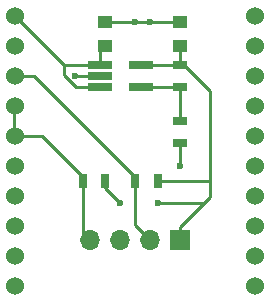
<source format=gbr>
G04 #@! TF.FileFunction,Copper,L1,Top,Signal*
%FSLAX46Y46*%
G04 Gerber Fmt 4.6, Leading zero omitted, Abs format (unit mm)*
G04 Created by KiCad (PCBNEW 4.0.6) date Thu Jan  4 19:06:44 2018*
%MOMM*%
%LPD*%
G01*
G04 APERTURE LIST*
%ADD10C,0.100000*%
%ADD11C,1.524000*%
%ADD12R,1.250000X1.000000*%
%ADD13R,1.700000X1.700000*%
%ADD14O,1.700000X1.700000*%
%ADD15R,0.700000X1.300000*%
%ADD16R,1.300000X0.700000*%
%ADD17R,2.000000X0.650000*%
%ADD18C,0.600000*%
%ADD19C,0.250000*%
G04 APERTURE END LIST*
D10*
D11*
X138430000Y-80010000D03*
X138430000Y-82550000D03*
X138430000Y-85090000D03*
X138430000Y-87630000D03*
X138430000Y-90170000D03*
X138430000Y-92710000D03*
X138430000Y-95250000D03*
X138430000Y-97790000D03*
X138430000Y-100330000D03*
X138430000Y-102870000D03*
X158750000Y-80010000D03*
X158750000Y-82550000D03*
X158750000Y-85090000D03*
X158750000Y-87630000D03*
X158750000Y-90170000D03*
X158750000Y-92710000D03*
X158750000Y-95250000D03*
X158750000Y-97790000D03*
X158750000Y-100330000D03*
X158750000Y-102870000D03*
D12*
X146050000Y-82550000D03*
X146050000Y-80550000D03*
X152400000Y-82550000D03*
X152400000Y-80550000D03*
D13*
X152400000Y-99000000D03*
D14*
X149860000Y-99000000D03*
X147320000Y-99000000D03*
X144780000Y-99000000D03*
D15*
X150490000Y-93980000D03*
X148590000Y-93980000D03*
X146045000Y-93980000D03*
X144145000Y-93980000D03*
D16*
X152400000Y-84140000D03*
X152400000Y-86040000D03*
X152400000Y-88900000D03*
X152400000Y-90800000D03*
D17*
X145610000Y-84140000D03*
X145610000Y-85090000D03*
X145610000Y-86040000D03*
X149030000Y-86040000D03*
X149030000Y-84140000D03*
D18*
X143510000Y-85090000D03*
X149860000Y-80550000D03*
X148590000Y-80550000D03*
X152400000Y-92710000D03*
X150495000Y-95885000D03*
X147320000Y-95885000D03*
D19*
X145610000Y-86040000D02*
X143534998Y-86040000D01*
X143534998Y-86040000D02*
X142560000Y-85065002D01*
X142560000Y-85065002D02*
X142560000Y-84140000D01*
X138430000Y-80010000D02*
X142560000Y-84140000D01*
X142560000Y-84140000D02*
X145610000Y-84140000D01*
X145610000Y-84140000D02*
X145610000Y-82990000D01*
X145610000Y-82990000D02*
X146050000Y-82550000D01*
X145925000Y-82550000D02*
X146050000Y-82550000D01*
X145610000Y-85090000D02*
X143510000Y-85090000D01*
X149860000Y-80550000D02*
X148590000Y-80550000D01*
X151525000Y-80550000D02*
X149860000Y-80550000D01*
X148590000Y-80550000D02*
X146050000Y-80550000D01*
X152400000Y-80550000D02*
X151525000Y-80550000D01*
X152400000Y-90800000D02*
X152400000Y-92710000D01*
X152400000Y-97900000D02*
X154415000Y-95885000D01*
X154415000Y-95885000D02*
X154940000Y-95360000D01*
X150495000Y-95885000D02*
X154415000Y-95885000D01*
X146045000Y-93980000D02*
X146045000Y-94610000D01*
X146045000Y-94610000D02*
X147320000Y-95885000D01*
X154940000Y-95360000D02*
X154940000Y-93980000D01*
X154940000Y-93980000D02*
X154940000Y-86380000D01*
X150490000Y-93980000D02*
X154940000Y-93980000D01*
X146045000Y-93455998D02*
X146045000Y-93980000D01*
X146050000Y-93450998D02*
X146045000Y-93455998D01*
X154940000Y-86380000D02*
X152700000Y-84140000D01*
X152700000Y-84140000D02*
X152400000Y-84140000D01*
X152400000Y-99000000D02*
X152400000Y-97900000D01*
X152400000Y-82550000D02*
X152400000Y-84140000D01*
X149030000Y-84140000D02*
X152400000Y-84140000D01*
X149030000Y-84140000D02*
X148355000Y-84140000D01*
X148590000Y-93980000D02*
X148590000Y-97730000D01*
X148590000Y-97730000D02*
X149860000Y-99000000D01*
X138430000Y-85090000D02*
X140000000Y-85090000D01*
X140000000Y-85090000D02*
X148590000Y-93680000D01*
X148590000Y-93680000D02*
X148590000Y-93980000D01*
X144145000Y-93980000D02*
X144145000Y-98365000D01*
X144145000Y-98365000D02*
X144780000Y-99000000D01*
X138430000Y-90170000D02*
X140635000Y-90170000D01*
X140635000Y-90170000D02*
X144145000Y-93680000D01*
X144145000Y-93680000D02*
X144145000Y-93980000D01*
X138341100Y-87223600D02*
X138341100Y-89763600D01*
X152400000Y-86040000D02*
X152400000Y-88900000D01*
X149030000Y-86040000D02*
X152400000Y-86040000D01*
M02*

</source>
